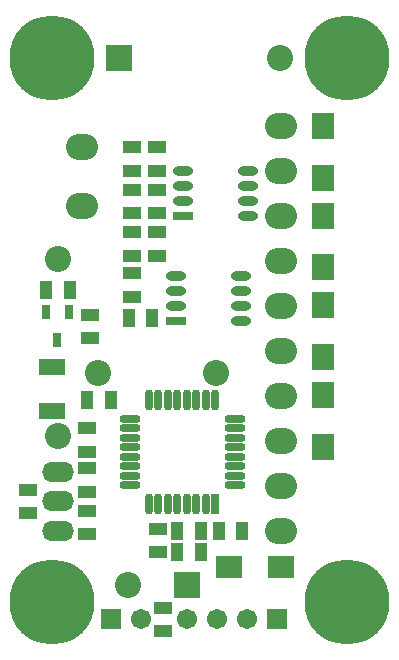
<source format=gbs>
G04 Layer_Color=16711935*
%FSAX43Y43*%
%MOMM*%
G71*
G01*
G75*
%ADD36C,7.203*%
%ADD37C,2.203*%
%ADD38R,2.203X2.203*%
%ADD39R,1.703X1.703*%
%ADD40C,1.703*%
%ADD41O,2.703X2.203*%
%ADD42O,2.703X1.703*%
%ADD43R,1.103X1.503*%
%ADD44R,1.723X0.803*%
%ADD45O,1.723X0.803*%
%ADD46R,1.503X1.103*%
%ADD47O,1.803X0.703*%
%ADD48O,0.703X1.803*%
%ADD49R,0.703X1.803*%
%ADD50R,2.203X1.883*%
%ADD51R,1.883X2.203*%
%ADD52R,0.803X1.303*%
%ADD53R,2.203X1.453*%
D36*
X0004000Y0050000D02*
D03*
X0029000D02*
D03*
Y0004000D02*
D03*
X0004000Y0004000D02*
D03*
D37*
X0007900Y0023400D02*
D03*
X0017900D02*
D03*
X0010400Y0005400D02*
D03*
X0023300Y0050000D02*
D03*
X0004500Y0018000D02*
D03*
Y0033000D02*
D03*
D38*
X0015400Y0005400D02*
D03*
X0009700Y0050000D02*
D03*
D39*
X0009000Y0002500D02*
D03*
X0023080D02*
D03*
D40*
X0011500D02*
D03*
X0020540D02*
D03*
X0015460D02*
D03*
X0018000D02*
D03*
D41*
X0023400Y0044290D02*
D03*
Y0040480D02*
D03*
Y0036670D02*
D03*
Y0032860D02*
D03*
Y0029050D02*
D03*
Y0025240D02*
D03*
Y0021430D02*
D03*
Y0017620D02*
D03*
Y0013810D02*
D03*
Y0010000D02*
D03*
X0006500Y0042500D02*
D03*
Y0037500D02*
D03*
D42*
X0004500Y0010000D02*
D03*
Y0012500D02*
D03*
Y0015000D02*
D03*
D43*
X0003500Y0030400D02*
D03*
X0005500D02*
D03*
X0012500Y0028000D02*
D03*
X0010500D02*
D03*
X0014600Y0008200D02*
D03*
X0016600D02*
D03*
X0007000Y0021100D02*
D03*
X0009000D02*
D03*
X0020100Y0010000D02*
D03*
X0018100D02*
D03*
X0016600D02*
D03*
X0014600D02*
D03*
D44*
X0015100Y0036660D02*
D03*
X0014500Y0027730D02*
D03*
D45*
X0015100Y0037930D02*
D03*
Y0039200D02*
D03*
Y0040470D02*
D03*
X0020600Y0036660D02*
D03*
Y0037930D02*
D03*
Y0039200D02*
D03*
Y0040470D02*
D03*
X0014500Y0029000D02*
D03*
Y0030270D02*
D03*
Y0031540D02*
D03*
X0020000Y0027730D02*
D03*
Y0029000D02*
D03*
Y0030270D02*
D03*
Y0031540D02*
D03*
D46*
X0012900Y0042500D02*
D03*
Y0040500D02*
D03*
X0010800Y0040500D02*
D03*
Y0042500D02*
D03*
X0012900Y0038900D02*
D03*
Y0036900D02*
D03*
X0010800D02*
D03*
Y0038900D02*
D03*
X0012900Y0035300D02*
D03*
Y0033300D02*
D03*
X0010800D02*
D03*
Y0035300D02*
D03*
Y0031800D02*
D03*
Y0029800D02*
D03*
X0002000Y0011500D02*
D03*
Y0013500D02*
D03*
X0013400Y0001500D02*
D03*
Y0003500D02*
D03*
X0007000Y0009700D02*
D03*
Y0011700D02*
D03*
Y0015300D02*
D03*
Y0013300D02*
D03*
X0007200Y0028300D02*
D03*
Y0026300D02*
D03*
X0007000Y0018700D02*
D03*
Y0016700D02*
D03*
X0013000Y0010200D02*
D03*
Y0008200D02*
D03*
D47*
X0019450Y0013875D02*
D03*
Y0014675D02*
D03*
Y0015475D02*
D03*
Y0016275D02*
D03*
Y0017075D02*
D03*
Y0017875D02*
D03*
Y0018675D02*
D03*
Y0019475D02*
D03*
X0010575Y0019475D02*
D03*
Y0018675D02*
D03*
Y0017875D02*
D03*
Y0017075D02*
D03*
Y0016275D02*
D03*
Y0015475D02*
D03*
Y0014675D02*
D03*
Y0013875D02*
D03*
D48*
X0017800Y0021100D02*
D03*
X0017000D02*
D03*
X0016200D02*
D03*
X0015400D02*
D03*
X0014600D02*
D03*
X0013800D02*
D03*
X0013000D02*
D03*
X0012200D02*
D03*
Y0012250D02*
D03*
X0013000D02*
D03*
X0013800D02*
D03*
X0014600D02*
D03*
X0015400D02*
D03*
X0016200D02*
D03*
X0017000D02*
D03*
D49*
X0017800D02*
D03*
D50*
X0023400Y0006900D02*
D03*
X0019000D02*
D03*
D51*
X0026900Y0021500D02*
D03*
Y0017100D02*
D03*
Y0029100D02*
D03*
Y0024700D02*
D03*
Y0036700D02*
D03*
Y0032300D02*
D03*
Y0039900D02*
D03*
Y0044300D02*
D03*
D52*
X0003500Y0028500D02*
D03*
X0005400D02*
D03*
X0004450Y0026200D02*
D03*
D53*
X0004000Y0020125D02*
D03*
Y0023875D02*
D03*
M02*

</source>
